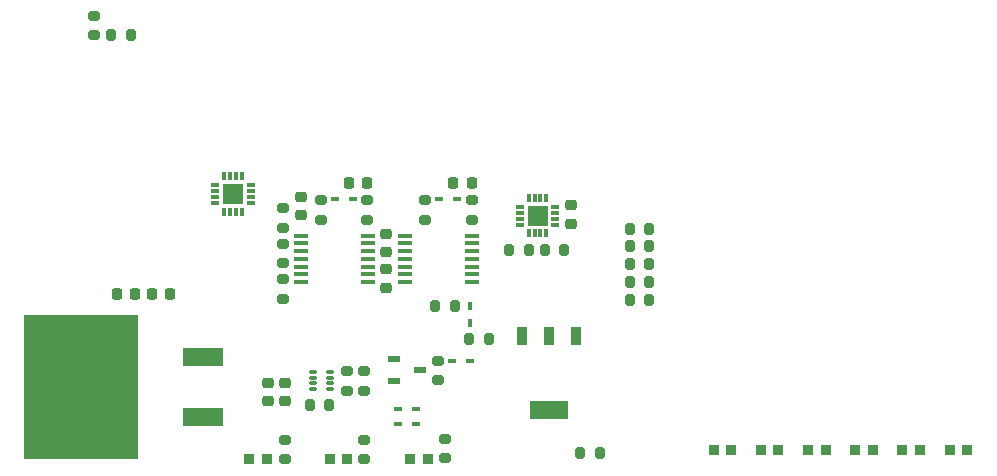
<source format=gbr>
%TF.GenerationSoftware,KiCad,Pcbnew,9.0.2*%
%TF.CreationDate,2025-06-15T01:16:02-07:00*%
%TF.ProjectId,SDM26_BSPD_1.0,53444d32-365f-4425-9350-445f312e302e,rev?*%
%TF.SameCoordinates,Original*%
%TF.FileFunction,Paste,Top*%
%TF.FilePolarity,Positive*%
%FSLAX46Y46*%
G04 Gerber Fmt 4.6, Leading zero omitted, Abs format (unit mm)*
G04 Created by KiCad (PCBNEW 9.0.2) date 2025-06-15 01:16:02*
%MOMM*%
%LPD*%
G01*
G04 APERTURE LIST*
G04 Aperture macros list*
%AMRoundRect*
0 Rectangle with rounded corners*
0 $1 Rounding radius*
0 $2 $3 $4 $5 $6 $7 $8 $9 X,Y pos of 4 corners*
0 Add a 4 corners polygon primitive as box body*
4,1,4,$2,$3,$4,$5,$6,$7,$8,$9,$2,$3,0*
0 Add four circle primitives for the rounded corners*
1,1,$1+$1,$2,$3*
1,1,$1+$1,$4,$5*
1,1,$1+$1,$6,$7*
1,1,$1+$1,$8,$9*
0 Add four rect primitives between the rounded corners*
20,1,$1+$1,$2,$3,$4,$5,0*
20,1,$1+$1,$4,$5,$6,$7,0*
20,1,$1+$1,$6,$7,$8,$9,0*
20,1,$1+$1,$8,$9,$2,$3,0*%
G04 Aperture macros list end*
%ADD10RoundRect,0.200000X-0.275000X0.200000X-0.275000X-0.200000X0.275000X-0.200000X0.275000X0.200000X0*%
%ADD11RoundRect,0.200000X0.275000X-0.200000X0.275000X0.200000X-0.275000X0.200000X-0.275000X-0.200000X0*%
%ADD12R,0.950000X0.950000*%
%ADD13RoundRect,0.225000X-0.250000X0.225000X-0.250000X-0.225000X0.250000X-0.225000X0.250000X0.225000X0*%
%ADD14R,0.800000X0.300000*%
%ADD15R,0.300000X0.800000*%
%ADD16R,1.750000X1.750000*%
%ADD17RoundRect,0.225000X0.250000X-0.225000X0.250000X0.225000X-0.250000X0.225000X-0.250000X-0.225000X0*%
%ADD18R,0.640000X0.420000*%
%ADD19RoundRect,0.225000X-0.225000X-0.250000X0.225000X-0.250000X0.225000X0.250000X-0.225000X0.250000X0*%
%ADD20RoundRect,0.200000X0.200000X0.275000X-0.200000X0.275000X-0.200000X-0.275000X0.200000X-0.275000X0*%
%ADD21R,1.275000X0.450000*%
%ADD22R,0.420000X0.640000*%
%ADD23RoundRect,0.200000X-0.200000X-0.275000X0.200000X-0.275000X0.200000X0.275000X-0.200000X0.275000X0*%
%ADD24RoundRect,0.225000X0.225000X0.250000X-0.225000X0.250000X-0.225000X-0.250000X0.225000X-0.250000X0*%
%ADD25R,3.500000X1.600000*%
%ADD26R,9.750000X12.200000*%
%ADD27R,1.050000X0.600000*%
%ADD28R,0.950000X1.650000*%
%ADD29R,3.250000X1.650000*%
%ADD30RoundRect,0.050000X0.285000X0.100000X-0.285000X0.100000X-0.285000X-0.100000X0.285000X-0.100000X0*%
G04 APERTURE END LIST*
D10*
%TO.C,R5*%
X127800000Y-123275000D03*
X127800000Y-124925000D03*
%TD*%
%TO.C,R8*%
X111800000Y-100975000D03*
X111800000Y-102625000D03*
%TD*%
D11*
%TO.C,R25*%
X134700000Y-132725000D03*
X134700000Y-131075000D03*
%TD*%
D12*
%TO.C,LED2*%
X138550000Y-138500000D03*
X140050000Y-138500000D03*
%TD*%
D11*
%TO.C,R11*%
X134700000Y-138525000D03*
X134700000Y-136875000D03*
%TD*%
%TO.C,R20*%
X140900000Y-131825000D03*
X140900000Y-130175000D03*
%TD*%
D13*
%TO.C,C9*%
X128000000Y-132025000D03*
X128000000Y-133575000D03*
%TD*%
D14*
%TO.C,IC1*%
X150850000Y-118650000D03*
X150850000Y-118150000D03*
X150850000Y-117650000D03*
X150850000Y-117150000D03*
D15*
X150100000Y-116400000D03*
X149600000Y-116400000D03*
X149100000Y-116400000D03*
X148600000Y-116400000D03*
D14*
X147850000Y-117150000D03*
X147850000Y-117650000D03*
X147850000Y-118150000D03*
X147850000Y-118650000D03*
D15*
X148600000Y-119400000D03*
X149100000Y-119400000D03*
X149600000Y-119400000D03*
X150100000Y-119400000D03*
D16*
X149350000Y-117900000D03*
%TD*%
D12*
%TO.C,LED6*%
X180250000Y-137700000D03*
X181750000Y-137700000D03*
%TD*%
D11*
%TO.C,R18*%
X134900000Y-118225000D03*
X134900000Y-116575000D03*
%TD*%
D17*
%TO.C,C1*%
X152200000Y-118575000D03*
X152200000Y-117025000D03*
%TD*%
D18*
%TO.C,D5*%
X143650000Y-130200000D03*
X142150000Y-130200000D03*
%TD*%
D19*
%TO.C,C7*%
X113725000Y-124500000D03*
X115275000Y-124500000D03*
%TD*%
D20*
%TO.C,R22*%
X158825000Y-125000000D03*
X157175000Y-125000000D03*
%TD*%
D21*
%TO.C,IC4*%
X143776000Y-123500000D03*
X143776000Y-122850000D03*
X143776000Y-122200000D03*
X143776000Y-121550000D03*
X143776000Y-120900000D03*
X143776000Y-120250000D03*
X143776000Y-119600000D03*
X138100000Y-119600000D03*
X138100000Y-120250000D03*
X138100000Y-120900000D03*
X138100000Y-121550000D03*
X138100000Y-122200000D03*
X138100000Y-122850000D03*
X138100000Y-123500000D03*
%TD*%
D11*
%TO.C,R10*%
X141500000Y-138425000D03*
X141500000Y-136775000D03*
%TD*%
D12*
%TO.C,LED3*%
X131750000Y-138500000D03*
X133250000Y-138500000D03*
%TD*%
D22*
%TO.C,D6*%
X143600000Y-127000000D03*
X143600000Y-125500000D03*
%TD*%
D12*
%TO.C,LED1*%
X124950000Y-138500000D03*
X126450000Y-138500000D03*
%TD*%
D20*
%TO.C,R23*%
X145225000Y-128300000D03*
X143575000Y-128300000D03*
%TD*%
D21*
%TO.C,IC3*%
X129300000Y-119600000D03*
X129300000Y-120250000D03*
X129300000Y-120900000D03*
X129300000Y-121550000D03*
X129300000Y-122200000D03*
X129300000Y-122850000D03*
X129300000Y-123500000D03*
X134976000Y-123500000D03*
X134976000Y-122850000D03*
X134976000Y-122200000D03*
X134976000Y-121550000D03*
X134976000Y-120900000D03*
X134976000Y-120250000D03*
X134976000Y-119600000D03*
%TD*%
D20*
%TO.C,R7*%
X114925000Y-102600000D03*
X113275000Y-102600000D03*
%TD*%
D18*
%TO.C,D4*%
X132200000Y-116500000D03*
X133700000Y-116500000D03*
%TD*%
D11*
%TO.C,R15*%
X139800000Y-118225000D03*
X139800000Y-116575000D03*
%TD*%
D12*
%TO.C,LED5*%
X172250000Y-137700000D03*
X173750000Y-137700000D03*
%TD*%
D23*
%TO.C,R2*%
X146975000Y-120800000D03*
X148625000Y-120800000D03*
%TD*%
D12*
%TO.C,LED7*%
X176250000Y-137700000D03*
X177750000Y-137700000D03*
%TD*%
D11*
%TO.C,R26*%
X133200000Y-132725000D03*
X133200000Y-131075000D03*
%TD*%
%TO.C,R19*%
X131000000Y-118225000D03*
X131000000Y-116575000D03*
%TD*%
D14*
%TO.C,IC2*%
X125050000Y-116800000D03*
X125050000Y-116300000D03*
X125050000Y-115800000D03*
X125050000Y-115300000D03*
D15*
X124300000Y-114550000D03*
X123800000Y-114550000D03*
X123300000Y-114550000D03*
X122800000Y-114550000D03*
D14*
X122050000Y-115300000D03*
X122050000Y-115800000D03*
X122050000Y-116300000D03*
X122050000Y-116800000D03*
D15*
X122800000Y-117550000D03*
X123300000Y-117550000D03*
X123800000Y-117550000D03*
X124300000Y-117550000D03*
D16*
X123550000Y-116050000D03*
%TD*%
D11*
%TO.C,R4*%
X127800000Y-121925000D03*
X127800000Y-120275000D03*
%TD*%
D17*
%TO.C,C4*%
X136500000Y-124000000D03*
X136500000Y-122450000D03*
%TD*%
D23*
%TO.C,R24*%
X130075000Y-133900000D03*
X131725000Y-133900000D03*
%TD*%
D24*
%TO.C,C6*%
X134900000Y-115100000D03*
X133350000Y-115100000D03*
%TD*%
D13*
%TO.C,C3*%
X136500000Y-119450000D03*
X136500000Y-121000000D03*
%TD*%
D25*
%TO.C,IC5*%
X121000000Y-134940000D03*
D26*
X110725000Y-132400000D03*
D25*
X121000000Y-129860000D03*
%TD*%
D23*
%TO.C,R21*%
X152975000Y-138000000D03*
X154625000Y-138000000D03*
%TD*%
D20*
%TO.C,R1*%
X151625000Y-120800000D03*
X149975000Y-120800000D03*
%TD*%
D18*
%TO.C,D3*%
X139050000Y-134300000D03*
X137550000Y-134300000D03*
%TD*%
D12*
%TO.C,LED9*%
X168250000Y-137700000D03*
X169750000Y-137700000D03*
%TD*%
D23*
%TO.C,R17*%
X157175000Y-122000000D03*
X158825000Y-122000000D03*
%TD*%
D27*
%TO.C,Q1*%
X137200000Y-130000000D03*
X137200000Y-131900000D03*
X139400000Y-130950000D03*
%TD*%
D18*
%TO.C,D2*%
X139050000Y-135500000D03*
X137550000Y-135500000D03*
%TD*%
D24*
%TO.C,C5*%
X143775000Y-115100000D03*
X142225000Y-115100000D03*
%TD*%
%TO.C,C10*%
X118275000Y-124500000D03*
X116725000Y-124500000D03*
%TD*%
D28*
%TO.C,D7*%
X152600000Y-128050000D03*
X150300000Y-128050000D03*
X148000000Y-128050000D03*
D29*
X150300000Y-134350000D03*
%TD*%
D18*
%TO.C,D1*%
X141050000Y-116500000D03*
X142550000Y-116500000D03*
%TD*%
D20*
%TO.C,R16*%
X158825000Y-120500000D03*
X157175000Y-120500000D03*
%TD*%
D12*
%TO.C,LED8*%
X164250000Y-137700000D03*
X165750000Y-137700000D03*
%TD*%
D17*
%TO.C,C8*%
X126500000Y-133575000D03*
X126500000Y-132025000D03*
%TD*%
D12*
%TO.C,LED4*%
X184250000Y-137700000D03*
X185750000Y-137700000D03*
%TD*%
D11*
%TO.C,R9*%
X128000000Y-138525000D03*
X128000000Y-136875000D03*
%TD*%
D30*
%TO.C,U1*%
X131800000Y-132600000D03*
X131800000Y-132100000D03*
X131800000Y-131600000D03*
X131800000Y-131100000D03*
X130320000Y-131100000D03*
X130320000Y-131600000D03*
X130320000Y-132100000D03*
X130320000Y-132600000D03*
%TD*%
D11*
%TO.C,R14*%
X143800000Y-118225000D03*
X143800000Y-116575000D03*
%TD*%
D20*
%TO.C,R12*%
X158825000Y-119000000D03*
X157175000Y-119000000D03*
%TD*%
D13*
%TO.C,C2*%
X129300000Y-116325000D03*
X129300000Y-117875000D03*
%TD*%
D23*
%TO.C,R6*%
X140675000Y-125500000D03*
X142325000Y-125500000D03*
%TD*%
D20*
%TO.C,R13*%
X158825000Y-123500000D03*
X157175000Y-123500000D03*
%TD*%
D10*
%TO.C,R3*%
X127800000Y-117275000D03*
X127800000Y-118925000D03*
%TD*%
M02*

</source>
